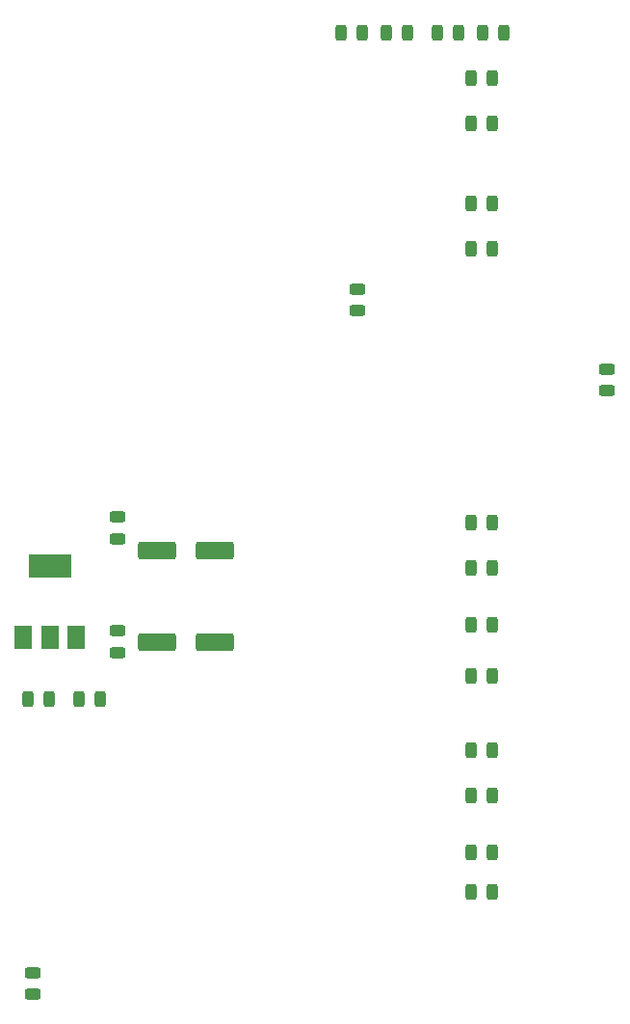
<source format=gbr>
%TF.GenerationSoftware,KiCad,Pcbnew,(6.0.9)*%
%TF.CreationDate,2023-01-10T14:41:21+08:00*%
%TF.ProjectId,keyboard-nano,6b657962-6f61-4726-942d-6e616e6f2e6b,rev?*%
%TF.SameCoordinates,Original*%
%TF.FileFunction,Paste,Top*%
%TF.FilePolarity,Positive*%
%FSLAX46Y46*%
G04 Gerber Fmt 4.6, Leading zero omitted, Abs format (unit mm)*
G04 Created by KiCad (PCBNEW (6.0.9)) date 2023-01-10 14:41:21*
%MOMM*%
%LPD*%
G01*
G04 APERTURE LIST*
G04 Aperture macros list*
%AMRoundRect*
0 Rectangle with rounded corners*
0 $1 Rounding radius*
0 $2 $3 $4 $5 $6 $7 $8 $9 X,Y pos of 4 corners*
0 Add a 4 corners polygon primitive as box body*
4,1,4,$2,$3,$4,$5,$6,$7,$8,$9,$2,$3,0*
0 Add four circle primitives for the rounded corners*
1,1,$1+$1,$2,$3*
1,1,$1+$1,$4,$5*
1,1,$1+$1,$6,$7*
1,1,$1+$1,$8,$9*
0 Add four rect primitives between the rounded corners*
20,1,$1+$1,$2,$3,$4,$5,0*
20,1,$1+$1,$4,$5,$6,$7,0*
20,1,$1+$1,$6,$7,$8,$9,0*
20,1,$1+$1,$8,$9,$2,$3,0*%
G04 Aperture macros list end*
%ADD10RoundRect,0.250000X-1.412500X-0.550000X1.412500X-0.550000X1.412500X0.550000X-1.412500X0.550000X0*%
%ADD11RoundRect,0.243750X0.243750X0.456250X-0.243750X0.456250X-0.243750X-0.456250X0.243750X-0.456250X0*%
%ADD12RoundRect,0.243750X-0.243750X-0.456250X0.243750X-0.456250X0.243750X0.456250X-0.243750X0.456250X0*%
%ADD13RoundRect,0.243750X-0.456250X0.243750X-0.456250X-0.243750X0.456250X-0.243750X0.456250X0.243750X0*%
%ADD14R,1.500000X2.000000*%
%ADD15R,3.800000X2.000000*%
%ADD16RoundRect,0.243750X0.456250X-0.243750X0.456250X0.243750X-0.456250X0.243750X-0.456250X-0.243750X0*%
G04 APERTURE END LIST*
D10*
%TO.C,C1*%
X124462500Y-100500000D03*
X129537500Y-100500000D03*
%TD*%
D11*
%TO.C,R11*%
X114937500Y-105500000D03*
X113062500Y-105500000D03*
%TD*%
D12*
%TO.C,R6*%
X152062500Y-90000000D03*
X153937500Y-90000000D03*
%TD*%
D11*
%TO.C,R5*%
X153937500Y-122500000D03*
X152062500Y-122500000D03*
%TD*%
D12*
%TO.C,D6*%
X152062500Y-119000000D03*
X153937500Y-119000000D03*
%TD*%
%TO.C,D10*%
X152062500Y-66000000D03*
X153937500Y-66000000D03*
%TD*%
D10*
%TO.C,C3*%
X124462500Y-92500000D03*
X129537500Y-92500000D03*
%TD*%
D12*
%TO.C,D12*%
X117562500Y-105500000D03*
X119437500Y-105500000D03*
%TD*%
D11*
%TO.C,D1*%
X142437500Y-47000000D03*
X140562500Y-47000000D03*
%TD*%
%TO.C,R2*%
X146437500Y-47000000D03*
X144562500Y-47000000D03*
%TD*%
D12*
%TO.C,R9*%
X152062500Y-62000000D03*
X153937500Y-62000000D03*
%TD*%
D13*
%TO.C,R10*%
X164000000Y-76562500D03*
X164000000Y-78437500D03*
%TD*%
D11*
%TO.C,R7*%
X153937500Y-103500000D03*
X152062500Y-103500000D03*
%TD*%
D12*
%TO.C,D8*%
X152062500Y-99000000D03*
X153937500Y-99000000D03*
%TD*%
D11*
%TO.C,D7*%
X153937500Y-94000000D03*
X152062500Y-94000000D03*
%TD*%
D12*
%TO.C,R8*%
X152062500Y-51000000D03*
X153937500Y-51000000D03*
%TD*%
D11*
%TO.C,D9*%
X153937500Y-55000000D03*
X152062500Y-55000000D03*
%TD*%
%TO.C,D4*%
X150937500Y-47000000D03*
X149062500Y-47000000D03*
%TD*%
D13*
%TO.C,R1*%
X113500000Y-129562500D03*
X113500000Y-131437500D03*
%TD*%
D12*
%TO.C,R4*%
X152062500Y-110000000D03*
X153937500Y-110000000D03*
%TD*%
D14*
%TO.C,U1*%
X112700000Y-100150000D03*
D15*
X115000000Y-93850000D03*
D14*
X115000000Y-100150000D03*
X117300000Y-100150000D03*
%TD*%
D12*
%TO.C,R3*%
X153062500Y-47000000D03*
X154937500Y-47000000D03*
%TD*%
D16*
%TO.C,C2*%
X121000000Y-101437500D03*
X121000000Y-99562500D03*
%TD*%
D12*
%TO.C,D5*%
X152062500Y-114000000D03*
X153937500Y-114000000D03*
%TD*%
D16*
%TO.C,C4*%
X121000000Y-91437500D03*
X121000000Y-89562500D03*
%TD*%
D13*
%TO.C,D11*%
X142000000Y-69562500D03*
X142000000Y-71437500D03*
%TD*%
M02*

</source>
